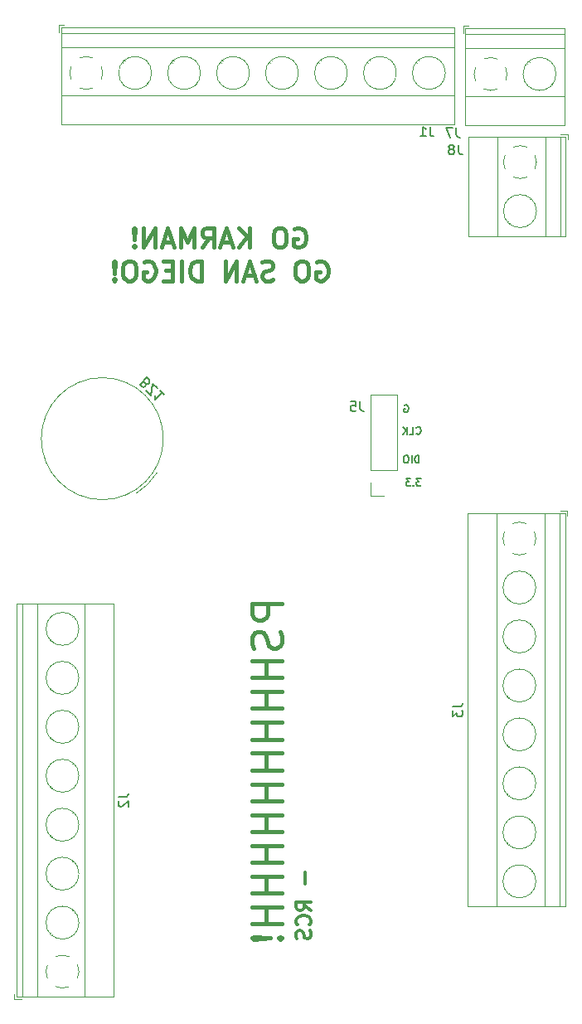
<source format=gbo>
G04 #@! TF.GenerationSoftware,KiCad,Pcbnew,(6.0.7)*
G04 #@! TF.CreationDate,2023-04-24T09:06:52-07:00*
G04 #@! TF.ProjectId,OBC-Attempt-2,4f42432d-4174-4746-956d-70742d322e6b,rev?*
G04 #@! TF.SameCoordinates,Original*
G04 #@! TF.FileFunction,Legend,Bot*
G04 #@! TF.FilePolarity,Positive*
%FSLAX46Y46*%
G04 Gerber Fmt 4.6, Leading zero omitted, Abs format (unit mm)*
G04 Created by KiCad (PCBNEW (6.0.7)) date 2023-04-24 09:06:52*
%MOMM*%
%LPD*%
G01*
G04 APERTURE LIST*
G04 Aperture macros list*
%AMRotRect*
0 Rectangle, with rotation*
0 The origin of the aperture is its center*
0 $1 length*
0 $2 width*
0 $3 Rotation angle, in degrees counterclockwise*
0 Add horizontal line*
21,1,$1,$2,0,0,$3*%
G04 Aperture macros list end*
%ADD10C,0.400000*%
%ADD11C,0.300000*%
%ADD12C,0.150000*%
%ADD13C,0.120000*%
%ADD14C,3.000000*%
%ADD15C,0.900000*%
%ADD16R,2.600000X2.600000*%
%ADD17C,2.600000*%
%ADD18RotRect,2.000000X2.000000X135.000000*%
%ADD19C,2.000000*%
%ADD20R,1.700000X1.700000*%
%ADD21O,1.700000X1.700000*%
G04 APERTURE END LIST*
D10*
X56559523Y-49810000D02*
X56750000Y-49714761D01*
X57035714Y-49714761D01*
X57321428Y-49810000D01*
X57511904Y-50000476D01*
X57607142Y-50190952D01*
X57702380Y-50571904D01*
X57702380Y-50857619D01*
X57607142Y-51238571D01*
X57511904Y-51429047D01*
X57321428Y-51619523D01*
X57035714Y-51714761D01*
X56845238Y-51714761D01*
X56559523Y-51619523D01*
X56464285Y-51524285D01*
X56464285Y-50857619D01*
X56845238Y-50857619D01*
X55226190Y-49714761D02*
X54845238Y-49714761D01*
X54654761Y-49810000D01*
X54464285Y-50000476D01*
X54369047Y-50381428D01*
X54369047Y-51048095D01*
X54464285Y-51429047D01*
X54654761Y-51619523D01*
X54845238Y-51714761D01*
X55226190Y-51714761D01*
X55416666Y-51619523D01*
X55607142Y-51429047D01*
X55702380Y-51048095D01*
X55702380Y-50381428D01*
X55607142Y-50000476D01*
X55416666Y-49810000D01*
X55226190Y-49714761D01*
X52083333Y-51619523D02*
X51797619Y-51714761D01*
X51321428Y-51714761D01*
X51130952Y-51619523D01*
X51035714Y-51524285D01*
X50940476Y-51333809D01*
X50940476Y-51143333D01*
X51035714Y-50952857D01*
X51130952Y-50857619D01*
X51321428Y-50762380D01*
X51702380Y-50667142D01*
X51892857Y-50571904D01*
X51988095Y-50476666D01*
X52083333Y-50286190D01*
X52083333Y-50095714D01*
X51988095Y-49905238D01*
X51892857Y-49810000D01*
X51702380Y-49714761D01*
X51226190Y-49714761D01*
X50940476Y-49810000D01*
X50178571Y-51143333D02*
X49226190Y-51143333D01*
X50369047Y-51714761D02*
X49702380Y-49714761D01*
X49035714Y-51714761D01*
X48369047Y-51714761D02*
X48369047Y-49714761D01*
X47226190Y-51714761D01*
X47226190Y-49714761D01*
X44750000Y-51714761D02*
X44750000Y-49714761D01*
X44273809Y-49714761D01*
X43988095Y-49810000D01*
X43797619Y-50000476D01*
X43702380Y-50190952D01*
X43607142Y-50571904D01*
X43607142Y-50857619D01*
X43702380Y-51238571D01*
X43797619Y-51429047D01*
X43988095Y-51619523D01*
X44273809Y-51714761D01*
X44750000Y-51714761D01*
X42750000Y-51714761D02*
X42750000Y-49714761D01*
X41797619Y-50667142D02*
X41130952Y-50667142D01*
X40845238Y-51714761D02*
X41797619Y-51714761D01*
X41797619Y-49714761D01*
X40845238Y-49714761D01*
X38940476Y-49810000D02*
X39130952Y-49714761D01*
X39416666Y-49714761D01*
X39702380Y-49810000D01*
X39892857Y-50000476D01*
X39988095Y-50190952D01*
X40083333Y-50571904D01*
X40083333Y-50857619D01*
X39988095Y-51238571D01*
X39892857Y-51429047D01*
X39702380Y-51619523D01*
X39416666Y-51714761D01*
X39226190Y-51714761D01*
X38940476Y-51619523D01*
X38845238Y-51524285D01*
X38845238Y-50857619D01*
X39226190Y-50857619D01*
X37607142Y-49714761D02*
X37226190Y-49714761D01*
X37035714Y-49810000D01*
X36845238Y-50000476D01*
X36750000Y-50381428D01*
X36750000Y-51048095D01*
X36845238Y-51429047D01*
X37035714Y-51619523D01*
X37226190Y-51714761D01*
X37607142Y-51714761D01*
X37797619Y-51619523D01*
X37988095Y-51429047D01*
X38083333Y-51048095D01*
X38083333Y-50381428D01*
X37988095Y-50000476D01*
X37797619Y-49810000D01*
X37607142Y-49714761D01*
X35892857Y-51524285D02*
X35797619Y-51619523D01*
X35892857Y-51714761D01*
X35988095Y-51619523D01*
X35892857Y-51524285D01*
X35892857Y-51714761D01*
X35892857Y-50952857D02*
X35988095Y-49810000D01*
X35892857Y-49714761D01*
X35797619Y-49810000D01*
X35892857Y-50952857D01*
X35892857Y-49714761D01*
X54298571Y-46410000D02*
X54489047Y-46314761D01*
X54774761Y-46314761D01*
X55060476Y-46410000D01*
X55250952Y-46600476D01*
X55346190Y-46790952D01*
X55441428Y-47171904D01*
X55441428Y-47457619D01*
X55346190Y-47838571D01*
X55250952Y-48029047D01*
X55060476Y-48219523D01*
X54774761Y-48314761D01*
X54584285Y-48314761D01*
X54298571Y-48219523D01*
X54203333Y-48124285D01*
X54203333Y-47457619D01*
X54584285Y-47457619D01*
X52965238Y-46314761D02*
X52584285Y-46314761D01*
X52393809Y-46410000D01*
X52203333Y-46600476D01*
X52108095Y-46981428D01*
X52108095Y-47648095D01*
X52203333Y-48029047D01*
X52393809Y-48219523D01*
X52584285Y-48314761D01*
X52965238Y-48314761D01*
X53155714Y-48219523D01*
X53346190Y-48029047D01*
X53441428Y-47648095D01*
X53441428Y-46981428D01*
X53346190Y-46600476D01*
X53155714Y-46410000D01*
X52965238Y-46314761D01*
X49727142Y-48314761D02*
X49727142Y-46314761D01*
X48584285Y-48314761D02*
X49441428Y-47171904D01*
X48584285Y-46314761D02*
X49727142Y-47457619D01*
X47822380Y-47743333D02*
X46870000Y-47743333D01*
X48012857Y-48314761D02*
X47346190Y-46314761D01*
X46679523Y-48314761D01*
X44870000Y-48314761D02*
X45536666Y-47362380D01*
X46012857Y-48314761D02*
X46012857Y-46314761D01*
X45250952Y-46314761D01*
X45060476Y-46410000D01*
X44965238Y-46505238D01*
X44870000Y-46695714D01*
X44870000Y-46981428D01*
X44965238Y-47171904D01*
X45060476Y-47267142D01*
X45250952Y-47362380D01*
X46012857Y-47362380D01*
X44012857Y-48314761D02*
X44012857Y-46314761D01*
X43346190Y-47743333D01*
X42679523Y-46314761D01*
X42679523Y-48314761D01*
X41822380Y-47743333D02*
X40870000Y-47743333D01*
X42012857Y-48314761D02*
X41346190Y-46314761D01*
X40679523Y-48314761D01*
X40012857Y-48314761D02*
X40012857Y-46314761D01*
X38870000Y-48314761D01*
X38870000Y-46314761D01*
X37917619Y-48124285D02*
X37822380Y-48219523D01*
X37917619Y-48314761D01*
X38012857Y-48219523D01*
X37917619Y-48124285D01*
X37917619Y-48314761D01*
X37917619Y-47552857D02*
X38012857Y-46410000D01*
X37917619Y-46314761D01*
X37822380Y-46410000D01*
X37917619Y-47552857D01*
X37917619Y-46314761D01*
D11*
X55387142Y-112122857D02*
X55387142Y-113265714D01*
X55958571Y-115980000D02*
X55244285Y-115480000D01*
X55958571Y-115122857D02*
X54458571Y-115122857D01*
X54458571Y-115694285D01*
X54530000Y-115837142D01*
X54601428Y-115908571D01*
X54744285Y-115980000D01*
X54958571Y-115980000D01*
X55101428Y-115908571D01*
X55172857Y-115837142D01*
X55244285Y-115694285D01*
X55244285Y-115122857D01*
X55815714Y-117480000D02*
X55887142Y-117408571D01*
X55958571Y-117194285D01*
X55958571Y-117051428D01*
X55887142Y-116837142D01*
X55744285Y-116694285D01*
X55601428Y-116622857D01*
X55315714Y-116551428D01*
X55101428Y-116551428D01*
X54815714Y-116622857D01*
X54672857Y-116694285D01*
X54530000Y-116837142D01*
X54458571Y-117051428D01*
X54458571Y-117194285D01*
X54530000Y-117408571D01*
X54601428Y-117480000D01*
X55887142Y-118051428D02*
X55958571Y-118265714D01*
X55958571Y-118622857D01*
X55887142Y-118765714D01*
X55815714Y-118837142D01*
X55672857Y-118908571D01*
X55530000Y-118908571D01*
X55387142Y-118837142D01*
X55315714Y-118765714D01*
X55244285Y-118622857D01*
X55172857Y-118337142D01*
X55101428Y-118194285D01*
X55030000Y-118122857D01*
X54887142Y-118051428D01*
X54744285Y-118051428D01*
X54601428Y-118122857D01*
X54530000Y-118194285D01*
X54458571Y-118337142D01*
X54458571Y-118694285D01*
X54530000Y-118908571D01*
D10*
X52947142Y-84678571D02*
X49947142Y-84678571D01*
X49947142Y-85821428D01*
X50090000Y-86107142D01*
X50232857Y-86250000D01*
X50518571Y-86392857D01*
X50947142Y-86392857D01*
X51232857Y-86250000D01*
X51375714Y-86107142D01*
X51518571Y-85821428D01*
X51518571Y-84678571D01*
X52804285Y-87535714D02*
X52947142Y-87964285D01*
X52947142Y-88678571D01*
X52804285Y-88964285D01*
X52661428Y-89107142D01*
X52375714Y-89250000D01*
X52090000Y-89250000D01*
X51804285Y-89107142D01*
X51661428Y-88964285D01*
X51518571Y-88678571D01*
X51375714Y-88107142D01*
X51232857Y-87821428D01*
X51090000Y-87678571D01*
X50804285Y-87535714D01*
X50518571Y-87535714D01*
X50232857Y-87678571D01*
X50090000Y-87821428D01*
X49947142Y-88107142D01*
X49947142Y-88821428D01*
X50090000Y-89250000D01*
X52947142Y-90535714D02*
X49947142Y-90535714D01*
X51375714Y-90535714D02*
X51375714Y-92250000D01*
X52947142Y-92250000D02*
X49947142Y-92250000D01*
X52947142Y-93678571D02*
X49947142Y-93678571D01*
X51375714Y-93678571D02*
X51375714Y-95392857D01*
X52947142Y-95392857D02*
X49947142Y-95392857D01*
X52947142Y-96821428D02*
X49947142Y-96821428D01*
X51375714Y-96821428D02*
X51375714Y-98535714D01*
X52947142Y-98535714D02*
X49947142Y-98535714D01*
X52947142Y-99964285D02*
X49947142Y-99964285D01*
X51375714Y-99964285D02*
X51375714Y-101678571D01*
X52947142Y-101678571D02*
X49947142Y-101678571D01*
X52947142Y-103107142D02*
X49947142Y-103107142D01*
X51375714Y-103107142D02*
X51375714Y-104821428D01*
X52947142Y-104821428D02*
X49947142Y-104821428D01*
X52947142Y-106250000D02*
X49947142Y-106250000D01*
X51375714Y-106250000D02*
X51375714Y-107964285D01*
X52947142Y-107964285D02*
X49947142Y-107964285D01*
X52947142Y-109392857D02*
X49947142Y-109392857D01*
X51375714Y-109392857D02*
X51375714Y-111107142D01*
X52947142Y-111107142D02*
X49947142Y-111107142D01*
X52947142Y-112535714D02*
X49947142Y-112535714D01*
X51375714Y-112535714D02*
X51375714Y-114250000D01*
X52947142Y-114250000D02*
X49947142Y-114250000D01*
X52947142Y-115678571D02*
X49947142Y-115678571D01*
X51375714Y-115678571D02*
X51375714Y-117392857D01*
X52947142Y-117392857D02*
X49947142Y-117392857D01*
X52661428Y-118821428D02*
X52804285Y-118964285D01*
X52947142Y-118821428D01*
X52804285Y-118678571D01*
X52661428Y-118821428D01*
X52947142Y-118821428D01*
X51804285Y-118821428D02*
X50090000Y-118678571D01*
X49947142Y-118821428D01*
X50090000Y-118964285D01*
X51804285Y-118821428D01*
X49947142Y-118821428D01*
D12*
X66997857Y-70319285D02*
X66997857Y-69569285D01*
X66819285Y-69569285D01*
X66712142Y-69605000D01*
X66640714Y-69676428D01*
X66605000Y-69747857D01*
X66569285Y-69890714D01*
X66569285Y-69997857D01*
X66605000Y-70140714D01*
X66640714Y-70212142D01*
X66712142Y-70283571D01*
X66819285Y-70319285D01*
X66997857Y-70319285D01*
X66247857Y-70319285D02*
X66247857Y-69569285D01*
X65747857Y-69569285D02*
X65605000Y-69569285D01*
X65533571Y-69605000D01*
X65462142Y-69676428D01*
X65426428Y-69819285D01*
X65426428Y-70069285D01*
X65462142Y-70212142D01*
X65533571Y-70283571D01*
X65605000Y-70319285D01*
X65747857Y-70319285D01*
X65819285Y-70283571D01*
X65890714Y-70212142D01*
X65926428Y-70069285D01*
X65926428Y-69819285D01*
X65890714Y-69676428D01*
X65819285Y-69605000D01*
X65747857Y-69569285D01*
X65503571Y-64415000D02*
X65575000Y-64379285D01*
X65682142Y-64379285D01*
X65789285Y-64415000D01*
X65860714Y-64486428D01*
X65896428Y-64557857D01*
X65932142Y-64700714D01*
X65932142Y-64807857D01*
X65896428Y-64950714D01*
X65860714Y-65022142D01*
X65789285Y-65093571D01*
X65682142Y-65129285D01*
X65610714Y-65129285D01*
X65503571Y-65093571D01*
X65467857Y-65057857D01*
X65467857Y-64807857D01*
X65610714Y-64807857D01*
X66726428Y-67307857D02*
X66762142Y-67343571D01*
X66869285Y-67379285D01*
X66940714Y-67379285D01*
X67047857Y-67343571D01*
X67119285Y-67272142D01*
X67155000Y-67200714D01*
X67190714Y-67057857D01*
X67190714Y-66950714D01*
X67155000Y-66807857D01*
X67119285Y-66736428D01*
X67047857Y-66665000D01*
X66940714Y-66629285D01*
X66869285Y-66629285D01*
X66762142Y-66665000D01*
X66726428Y-66700714D01*
X66047857Y-67379285D02*
X66405000Y-67379285D01*
X66405000Y-66629285D01*
X65797857Y-67379285D02*
X65797857Y-66629285D01*
X65369285Y-67379285D02*
X65690714Y-66950714D01*
X65369285Y-66629285D02*
X65797857Y-67057857D01*
X67195714Y-71919285D02*
X66731428Y-71919285D01*
X66981428Y-72205000D01*
X66874285Y-72205000D01*
X66802857Y-72240714D01*
X66767142Y-72276428D01*
X66731428Y-72347857D01*
X66731428Y-72526428D01*
X66767142Y-72597857D01*
X66802857Y-72633571D01*
X66874285Y-72669285D01*
X67088571Y-72669285D01*
X67160000Y-72633571D01*
X67195714Y-72597857D01*
X66410000Y-72597857D02*
X66374285Y-72633571D01*
X66410000Y-72669285D01*
X66445714Y-72633571D01*
X66410000Y-72597857D01*
X66410000Y-72669285D01*
X66124285Y-71919285D02*
X65660000Y-71919285D01*
X65910000Y-72205000D01*
X65802857Y-72205000D01*
X65731428Y-72240714D01*
X65695714Y-72276428D01*
X65660000Y-72347857D01*
X65660000Y-72526428D01*
X65695714Y-72597857D01*
X65731428Y-72633571D01*
X65802857Y-72669285D01*
X66017142Y-72669285D01*
X66088571Y-72633571D01*
X66124285Y-72597857D01*
X71023333Y-37822380D02*
X71023333Y-38536666D01*
X71070952Y-38679523D01*
X71166190Y-38774761D01*
X71309047Y-38822380D01*
X71404285Y-38822380D01*
X70404285Y-38250952D02*
X70499523Y-38203333D01*
X70547142Y-38155714D01*
X70594761Y-38060476D01*
X70594761Y-38012857D01*
X70547142Y-37917619D01*
X70499523Y-37870000D01*
X70404285Y-37822380D01*
X70213809Y-37822380D01*
X70118571Y-37870000D01*
X70070952Y-37917619D01*
X70023333Y-38012857D01*
X70023333Y-38060476D01*
X70070952Y-38155714D01*
X70118571Y-38203333D01*
X70213809Y-38250952D01*
X70404285Y-38250952D01*
X70499523Y-38298571D01*
X70547142Y-38346190D01*
X70594761Y-38441428D01*
X70594761Y-38631904D01*
X70547142Y-38727142D01*
X70499523Y-38774761D01*
X70404285Y-38822380D01*
X70213809Y-38822380D01*
X70118571Y-38774761D01*
X70070952Y-38727142D01*
X70023333Y-38631904D01*
X70023333Y-38441428D01*
X70070952Y-38346190D01*
X70118571Y-38298571D01*
X70213809Y-38250952D01*
X68123333Y-35972380D02*
X68123333Y-36686666D01*
X68170952Y-36829523D01*
X68266190Y-36924761D01*
X68409047Y-36972380D01*
X68504285Y-36972380D01*
X67123333Y-36972380D02*
X67694761Y-36972380D01*
X67409047Y-36972380D02*
X67409047Y-35972380D01*
X67504285Y-36115238D01*
X67599523Y-36210476D01*
X67694761Y-36258095D01*
X39045759Y-62196863D02*
X39180446Y-62264206D01*
X39247790Y-62264206D01*
X39348805Y-62230534D01*
X39449820Y-62129519D01*
X39483492Y-62028504D01*
X39483492Y-61961160D01*
X39449820Y-61860145D01*
X39180446Y-61590771D01*
X38473340Y-62297878D01*
X38709042Y-62533580D01*
X38810057Y-62567252D01*
X38877401Y-62567252D01*
X38978416Y-62533580D01*
X39045759Y-62466237D01*
X39079431Y-62365221D01*
X39079431Y-62297878D01*
X39045759Y-62196863D01*
X38810057Y-61961160D01*
X39113103Y-62937641D02*
X39584507Y-63409046D01*
X39820210Y-62230534D01*
X40291614Y-62701939D01*
X40931378Y-63341702D02*
X40527317Y-62937641D01*
X40729347Y-63139672D02*
X40022240Y-63846779D01*
X40055912Y-63678420D01*
X40055912Y-63543733D01*
X40022240Y-63442718D01*
X60983333Y-64032380D02*
X60983333Y-64746666D01*
X61030952Y-64889523D01*
X61126190Y-64984761D01*
X61269047Y-65032380D01*
X61364285Y-65032380D01*
X60030952Y-64032380D02*
X60507142Y-64032380D01*
X60554761Y-64508571D01*
X60507142Y-64460952D01*
X60411904Y-64413333D01*
X60173809Y-64413333D01*
X60078571Y-64460952D01*
X60030952Y-64508571D01*
X59983333Y-64603809D01*
X59983333Y-64841904D01*
X60030952Y-64937142D01*
X60078571Y-64984761D01*
X60173809Y-65032380D01*
X60411904Y-65032380D01*
X60507142Y-64984761D01*
X60554761Y-64937142D01*
X36290780Y-104427066D02*
X37005066Y-104427066D01*
X37147923Y-104379447D01*
X37243161Y-104284209D01*
X37290780Y-104141352D01*
X37290780Y-104046114D01*
X36386019Y-104855638D02*
X36338400Y-104903257D01*
X36290780Y-104998495D01*
X36290780Y-105236590D01*
X36338400Y-105331828D01*
X36386019Y-105379447D01*
X36481257Y-105427066D01*
X36576495Y-105427066D01*
X36719352Y-105379447D01*
X37290780Y-104808019D01*
X37290780Y-105427066D01*
X70435780Y-95207066D02*
X71150066Y-95207066D01*
X71292923Y-95159447D01*
X71388161Y-95064209D01*
X71435780Y-94921352D01*
X71435780Y-94826114D01*
X70435780Y-95588019D02*
X70435780Y-96207066D01*
X70816733Y-95873733D01*
X70816733Y-96016590D01*
X70864352Y-96111828D01*
X70911971Y-96159447D01*
X71007209Y-96207066D01*
X71245304Y-96207066D01*
X71340542Y-96159447D01*
X71388161Y-96111828D01*
X71435780Y-96016590D01*
X71435780Y-95730876D01*
X71388161Y-95635638D01*
X71340542Y-95588019D01*
X70793333Y-36072380D02*
X70793333Y-36786666D01*
X70840952Y-36929523D01*
X70936190Y-37024761D01*
X71079047Y-37072380D01*
X71174285Y-37072380D01*
X70412380Y-36072380D02*
X69745714Y-36072380D01*
X70174285Y-37072380D01*
D13*
X72044000Y-37040000D02*
X81965000Y-37040000D01*
X81465000Y-36800000D02*
X82205000Y-36800000D01*
X76030000Y-45670000D02*
X76066000Y-45635000D01*
X81405000Y-37040000D02*
X81405000Y-47160000D01*
X81965000Y-37040000D02*
X81965000Y-47160000D01*
X76236000Y-45875000D02*
X76282000Y-45828000D01*
X79905000Y-37040000D02*
X79905000Y-47160000D01*
X78544000Y-43566000D02*
X78579000Y-43531000D01*
X72044000Y-37040000D02*
X72044000Y-47160000D01*
X75004000Y-37040000D02*
X75004000Y-47160000D01*
X82205000Y-36800000D02*
X82205000Y-37300000D01*
X72044000Y-47160000D02*
X81965000Y-47160000D01*
X78328000Y-43373000D02*
X78374000Y-43326000D01*
X77988042Y-38064573D02*
G75*
G03*
X76621000Y-38065000I-683041J-1535420D01*
G01*
X78985253Y-39628805D02*
G75*
G03*
X78840000Y-38916000I-1680254J28806D01*
G01*
X76621958Y-41135427D02*
G75*
G03*
X77989000Y-41135000I683041J1535431D01*
G01*
X75769573Y-38916958D02*
G75*
G03*
X75770000Y-40284000I1535420J-683041D01*
G01*
X78839756Y-40283318D02*
G75*
G03*
X78985000Y-39600000I-1534756J683318D01*
G01*
X78985000Y-44600000D02*
G75*
G03*
X78985000Y-44600000I-1680000J0D01*
G01*
X30440000Y-35756000D02*
X70560000Y-35756000D01*
X66966000Y-29256000D02*
X66931000Y-29221000D01*
X61773000Y-29472000D02*
X61726000Y-29426000D01*
X61966000Y-29256000D02*
X61931000Y-29221000D01*
X30200000Y-25595000D02*
X30700000Y-25595000D01*
X39275000Y-31564000D02*
X39228000Y-31518000D01*
X30440000Y-27895000D02*
X70560000Y-27895000D01*
X56966000Y-29256000D02*
X56931000Y-29221000D01*
X30440000Y-25835000D02*
X70560000Y-25835000D01*
X49070000Y-31770000D02*
X49035000Y-31734000D01*
X46773000Y-29472000D02*
X46726000Y-29426000D01*
X51773000Y-29472000D02*
X51726000Y-29426000D01*
X59275000Y-31564000D02*
X59228000Y-31518000D01*
X70560000Y-35756000D02*
X70560000Y-25835000D01*
X30440000Y-26395000D02*
X70560000Y-26395000D01*
X46966000Y-29256000D02*
X46931000Y-29221000D01*
X41966000Y-29256000D02*
X41931000Y-29221000D01*
X69275000Y-31564000D02*
X69228000Y-31518000D01*
X39070000Y-31770000D02*
X39035000Y-31734000D01*
X64070000Y-31770000D02*
X64035000Y-31734000D01*
X66773000Y-29472000D02*
X66726000Y-29426000D01*
X51966000Y-29256000D02*
X51931000Y-29221000D01*
X49275000Y-31564000D02*
X49228000Y-31518000D01*
X44070000Y-31770000D02*
X44035000Y-31734000D01*
X30440000Y-35756000D02*
X30440000Y-25835000D01*
X36966000Y-29256000D02*
X36931000Y-29221000D01*
X56773000Y-29472000D02*
X56726000Y-29426000D01*
X54275000Y-31564000D02*
X54228000Y-31518000D01*
X36773000Y-29472000D02*
X36726000Y-29426000D01*
X64275000Y-31564000D02*
X64228000Y-31518000D01*
X69070000Y-31770000D02*
X69035000Y-31734000D01*
X44275000Y-31564000D02*
X44228000Y-31518000D01*
X54070000Y-31770000D02*
X54035000Y-31734000D01*
X41773000Y-29472000D02*
X41726000Y-29426000D01*
X59070000Y-31770000D02*
X59035000Y-31734000D01*
X30440000Y-32796000D02*
X70560000Y-32796000D01*
X30200000Y-26335000D02*
X30200000Y-25595000D01*
X33683318Y-28960244D02*
G75*
G03*
X33000000Y-28815000I-683318J-1534756D01*
G01*
X32316958Y-32030427D02*
G75*
G03*
X33684000Y-32030000I683041J1535420D01*
G01*
X33028805Y-28814747D02*
G75*
G03*
X32316000Y-28960000I-28806J-1680254D01*
G01*
X31464573Y-29811958D02*
G75*
G03*
X31465000Y-31179000I1535420J-683041D01*
G01*
X34535427Y-31178042D02*
G75*
G03*
X34535000Y-29811000I-1535431J683041D01*
G01*
X54680000Y-30495000D02*
G75*
G03*
X54680000Y-30495000I-1680000J0D01*
G01*
X59680000Y-30495000D02*
G75*
G03*
X59680000Y-30495000I-1680000J0D01*
G01*
X39680000Y-30495000D02*
G75*
G03*
X39680000Y-30495000I-1680000J0D01*
G01*
X64680000Y-30495000D02*
G75*
G03*
X64680000Y-30495000I-1680000J0D01*
G01*
X69680000Y-30495000D02*
G75*
G03*
X69680000Y-30495000I-1680000J0D01*
G01*
X49680000Y-30495000D02*
G75*
G03*
X49680000Y-30495000I-1680000J0D01*
G01*
X44680000Y-30495000D02*
G75*
G03*
X44680000Y-30495000I-1680000J0D01*
G01*
X38114063Y-73425383D02*
G75*
G03*
X40235383Y-71304062I-3464824J5586144D01*
G01*
X40879239Y-67839239D02*
G75*
G03*
X40879239Y-67839239I-6230000J0D01*
G01*
X62063600Y-71042600D02*
X62063600Y-63362600D01*
X62063600Y-71042600D02*
X64723600Y-71042600D01*
X62063600Y-72312600D02*
X62063600Y-73642600D01*
X64723600Y-71042600D02*
X64723600Y-63362600D01*
X62063600Y-63362600D02*
X64723600Y-63362600D01*
X62063600Y-73642600D02*
X63393600Y-73642600D01*
X29339400Y-118294400D02*
X29304400Y-118329400D01*
X31647400Y-90985400D02*
X31601400Y-91032400D01*
X29555400Y-88487400D02*
X29509400Y-88534400D01*
X31853400Y-106190400D02*
X31817400Y-106225400D01*
X32879400Y-124820400D02*
X32879400Y-84700400D01*
X31647400Y-105985400D02*
X31601400Y-106032400D01*
X35839400Y-124820400D02*
X35839400Y-84700400D01*
X29555400Y-108487400D02*
X29509400Y-108534400D01*
X29339400Y-113294400D02*
X29304400Y-113329400D01*
X29555400Y-113487400D02*
X29509400Y-113534400D01*
X31853400Y-86190400D02*
X31817400Y-86225400D01*
X26478400Y-124820400D02*
X26478400Y-84700400D01*
X29555400Y-98487400D02*
X29509400Y-98534400D01*
X31647400Y-85985400D02*
X31601400Y-86032400D01*
X27978400Y-124820400D02*
X27978400Y-84700400D01*
X31853400Y-101190400D02*
X31817400Y-101225400D01*
X31647400Y-115985400D02*
X31601400Y-116032400D01*
X31853400Y-116190400D02*
X31817400Y-116225400D01*
X35839400Y-124820400D02*
X25918400Y-124820400D01*
X31853400Y-91190400D02*
X31817400Y-91225400D01*
X29339400Y-103294400D02*
X29304400Y-103329400D01*
X25678400Y-125060400D02*
X25678400Y-124560400D01*
X29339400Y-98294400D02*
X29304400Y-98329400D01*
X29339400Y-93294400D02*
X29304400Y-93329400D01*
X31647400Y-110985400D02*
X31601400Y-111032400D01*
X31853400Y-96190400D02*
X31817400Y-96225400D01*
X29555400Y-118487400D02*
X29509400Y-118534400D01*
X31647400Y-95985400D02*
X31601400Y-96032400D01*
X29555400Y-103487400D02*
X29509400Y-103534400D01*
X26418400Y-125060400D02*
X25678400Y-125060400D01*
X35839400Y-84700400D02*
X25918400Y-84700400D01*
X29339400Y-88294400D02*
X29304400Y-88329400D01*
X31853400Y-111190400D02*
X31817400Y-111225400D01*
X25918400Y-124820400D02*
X25918400Y-84700400D01*
X31647400Y-100985400D02*
X31601400Y-101032400D01*
X29555400Y-93487400D02*
X29509400Y-93534400D01*
X29339400Y-108294400D02*
X29304400Y-108329400D01*
X28898147Y-122231595D02*
G75*
G03*
X29043400Y-122944400I1680254J-28806D01*
G01*
X32113827Y-122943442D02*
G75*
G03*
X32113400Y-121576400I-1535420J683041D01*
G01*
X29043644Y-121577082D02*
G75*
G03*
X28898400Y-122260400I1534756J-683318D01*
G01*
X29895358Y-123795827D02*
G75*
G03*
X31262400Y-123795400I683041J1535420D01*
G01*
X31261442Y-120724973D02*
G75*
G03*
X29894400Y-120725400I-683041J-1535431D01*
G01*
X32258400Y-107260400D02*
G75*
G03*
X32258400Y-107260400I-1680000J0D01*
G01*
X32258400Y-87260400D02*
G75*
G03*
X32258400Y-87260400I-1680000J0D01*
G01*
X32258400Y-97260400D02*
G75*
G03*
X32258400Y-97260400I-1680000J0D01*
G01*
X32258400Y-92260400D02*
G75*
G03*
X32258400Y-92260400I-1680000J0D01*
G01*
X32258400Y-102260400D02*
G75*
G03*
X32258400Y-102260400I-1680000J0D01*
G01*
X32258400Y-112260400D02*
G75*
G03*
X32258400Y-112260400I-1680000J0D01*
G01*
X32258400Y-117260400D02*
G75*
G03*
X32258400Y-117260400I-1680000J0D01*
G01*
X74942400Y-75480400D02*
X74942400Y-115600400D01*
X78266400Y-111813400D02*
X78312400Y-111766400D01*
X75968400Y-94110400D02*
X76004400Y-94075400D01*
X78482400Y-97006400D02*
X78517400Y-96971400D01*
X82143400Y-75240400D02*
X82143400Y-75740400D01*
X75968400Y-89110400D02*
X76004400Y-89075400D01*
X81403400Y-75240400D02*
X82143400Y-75240400D01*
X81343400Y-75480400D02*
X81343400Y-115600400D01*
X78266400Y-86813400D02*
X78312400Y-86766400D01*
X78266400Y-106813400D02*
X78312400Y-106766400D01*
X78482400Y-102006400D02*
X78517400Y-101971400D01*
X76174400Y-89315400D02*
X76220400Y-89268400D01*
X71982400Y-75480400D02*
X81903400Y-75480400D01*
X78482400Y-82006400D02*
X78517400Y-81971400D01*
X71982400Y-115600400D02*
X81903400Y-115600400D01*
X75968400Y-84110400D02*
X76004400Y-84075400D01*
X78482400Y-112006400D02*
X78517400Y-111971400D01*
X79843400Y-75480400D02*
X79843400Y-115600400D01*
X76174400Y-94315400D02*
X76220400Y-94268400D01*
X76174400Y-109315400D02*
X76220400Y-109268400D01*
X78482400Y-107006400D02*
X78517400Y-106971400D01*
X76174400Y-104315400D02*
X76220400Y-104268400D01*
X78266400Y-81813400D02*
X78312400Y-81766400D01*
X78482400Y-87006400D02*
X78517400Y-86971400D01*
X78482400Y-92006400D02*
X78517400Y-91971400D01*
X75968400Y-109110400D02*
X76004400Y-109075400D01*
X78266400Y-91813400D02*
X78312400Y-91766400D01*
X71982400Y-75480400D02*
X71982400Y-115600400D01*
X76174400Y-114315400D02*
X76220400Y-114268400D01*
X76174400Y-84315400D02*
X76220400Y-84268400D01*
X75968400Y-104110400D02*
X76004400Y-104075400D01*
X75968400Y-114110400D02*
X76004400Y-114075400D01*
X78266400Y-101813400D02*
X78312400Y-101766400D01*
X78266400Y-96813400D02*
X78312400Y-96766400D01*
X81903400Y-75480400D02*
X81903400Y-115600400D01*
X75968400Y-99110400D02*
X76004400Y-99075400D01*
X76174400Y-99315400D02*
X76220400Y-99268400D01*
X78923653Y-78069205D02*
G75*
G03*
X78778400Y-77356400I-1680254J28806D01*
G01*
X76560358Y-79575827D02*
G75*
G03*
X77927400Y-79575400I683041J1535431D01*
G01*
X78778156Y-78723718D02*
G75*
G03*
X78923400Y-78040400I-1534756J683318D01*
G01*
X77926442Y-76504973D02*
G75*
G03*
X76559400Y-76505400I-683041J-1535420D01*
G01*
X75707973Y-77357358D02*
G75*
G03*
X75708400Y-78724400I1535420J-683041D01*
G01*
X78923400Y-108040400D02*
G75*
G03*
X78923400Y-108040400I-1680000J0D01*
G01*
X78923400Y-93040400D02*
G75*
G03*
X78923400Y-93040400I-1680000J0D01*
G01*
X78923400Y-83040400D02*
G75*
G03*
X78923400Y-83040400I-1680000J0D01*
G01*
X78923400Y-98040400D02*
G75*
G03*
X78923400Y-98040400I-1680000J0D01*
G01*
X78923400Y-103040400D02*
G75*
G03*
X78923400Y-103040400I-1680000J0D01*
G01*
X78923400Y-113040400D02*
G75*
G03*
X78923400Y-113040400I-1680000J0D01*
G01*
X78923400Y-88040400D02*
G75*
G03*
X78923400Y-88040400I-1680000J0D01*
G01*
X71740000Y-35861000D02*
X81860000Y-35861000D01*
X71500000Y-25700000D02*
X72000000Y-25700000D01*
X71740000Y-28000000D02*
X81860000Y-28000000D01*
X81860000Y-35861000D02*
X81860000Y-25940000D01*
X71740000Y-35861000D02*
X71740000Y-25940000D01*
X71740000Y-32901000D02*
X81860000Y-32901000D01*
X78073000Y-29577000D02*
X78026000Y-29531000D01*
X78266000Y-29361000D02*
X78231000Y-29326000D01*
X80370000Y-31875000D02*
X80335000Y-31839000D01*
X71740000Y-26500000D02*
X81860000Y-26500000D01*
X71740000Y-25940000D02*
X81860000Y-25940000D01*
X71500000Y-26440000D02*
X71500000Y-25700000D01*
X80575000Y-31669000D02*
X80528000Y-31623000D01*
X74328805Y-28919747D02*
G75*
G03*
X73616000Y-29065000I-28806J-1680254D01*
G01*
X73616958Y-32135427D02*
G75*
G03*
X74984000Y-32135000I683041J1535420D01*
G01*
X72764573Y-29916958D02*
G75*
G03*
X72765000Y-31284000I1535420J-683041D01*
G01*
X75835427Y-31283042D02*
G75*
G03*
X75835000Y-29916000I-1535431J683041D01*
G01*
X74983318Y-29065244D02*
G75*
G03*
X74300000Y-28920000I-683318J-1534756D01*
G01*
X80980000Y-30600000D02*
G75*
G03*
X80980000Y-30600000I-1680000J0D01*
G01*
%LPC*%
D14*
X77470000Y-52070000D03*
D15*
X57194600Y-56295200D03*
X60194600Y-56295200D03*
D14*
X76123400Y-120410400D03*
X30403400Y-78500400D03*
X33020000Y-46990000D03*
D16*
X77305000Y-39600000D03*
D17*
X77305000Y-44600000D03*
D16*
X33000000Y-30495000D03*
D17*
X38000000Y-30495000D03*
X43000000Y-30495000D03*
X48000000Y-30495000D03*
X53000000Y-30495000D03*
X58000000Y-30495000D03*
X63000000Y-30495000D03*
X68000000Y-30495000D03*
D18*
X36417006Y-69607006D03*
D19*
X32881472Y-66071472D03*
D20*
X63393600Y-72312600D03*
D21*
X63393600Y-69772600D03*
X63393600Y-67232600D03*
X63393600Y-64692600D03*
D16*
X30578400Y-122260400D03*
D17*
X30578400Y-117260400D03*
X30578400Y-112260400D03*
X30578400Y-107260400D03*
X30578400Y-102260400D03*
X30578400Y-97260400D03*
X30578400Y-92260400D03*
X30578400Y-87260400D03*
D16*
X77243400Y-78040400D03*
D17*
X77243400Y-83040400D03*
X77243400Y-88040400D03*
X77243400Y-93040400D03*
X77243400Y-98040400D03*
X77243400Y-103040400D03*
X77243400Y-108040400D03*
X77243400Y-113040400D03*
D16*
X74300000Y-30600000D03*
D17*
X79300000Y-30600000D03*
M02*

</source>
